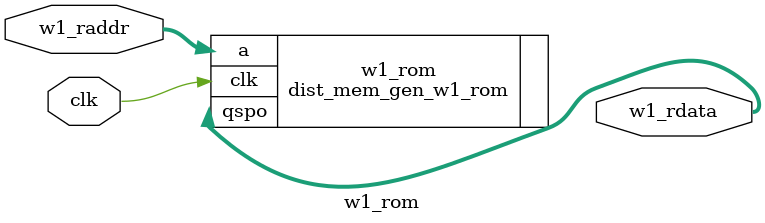
<source format=v>


module w1_rom(/*autoport*/
//output
			w1_rdata,
//input
			clk,
			w1_raddr);
	
	input clk;
	input  [4:0] 	w1_raddr;
	output [47:0]	w1_rdata;

  dist_mem_gen_w1_rom w1_rom (
    .a(w1_raddr),        // input [4 : 0] a
    .clk(clk),    // input clk
    .qspo(w1_rdata)  // output [47 : 0] qspo
  );

endmodule 
</source>
